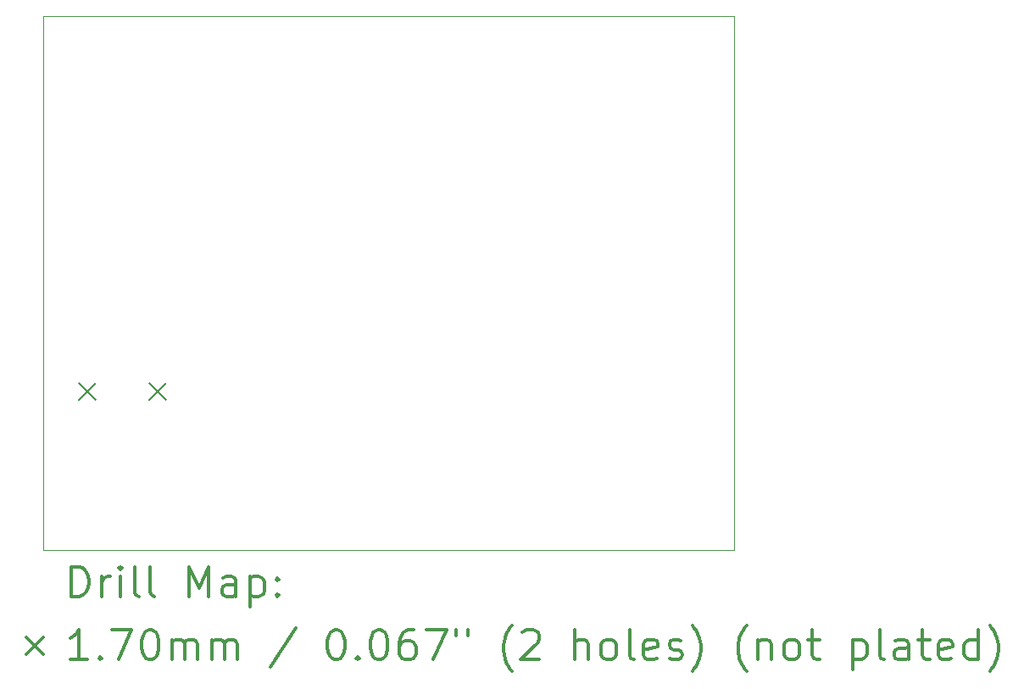
<source format=gbr>
%FSLAX45Y45*%
G04 Gerber Fmt 4.5, Leading zero omitted, Abs format (unit mm)*
G04 Created by KiCad (PCBNEW (5.1.6)-1) date 2022-10-11 10:20:56*
%MOMM*%
%LPD*%
G01*
G04 APERTURE LIST*
%TA.AperFunction,Profile*%
%ADD10C,0.050000*%
%TD*%
%ADD11C,0.200000*%
%ADD12C,0.300000*%
G04 APERTURE END LIST*
D10*
X22840000Y-5640000D02*
X15940000Y-5640000D01*
X15940000Y-10970000D02*
X15940000Y-5640000D01*
X22840000Y-10970000D02*
X15940000Y-10970000D01*
X22840000Y-5640000D02*
X22840000Y-10970000D01*
D11*
X16295000Y-9305000D02*
X16465000Y-9475000D01*
X16465000Y-9305000D02*
X16295000Y-9475000D01*
X16995000Y-9305000D02*
X17165000Y-9475000D01*
X17165000Y-9305000D02*
X16995000Y-9475000D01*
D12*
X16223928Y-11438214D02*
X16223928Y-11138214D01*
X16295357Y-11138214D01*
X16338214Y-11152500D01*
X16366786Y-11181072D01*
X16381071Y-11209643D01*
X16395357Y-11266786D01*
X16395357Y-11309643D01*
X16381071Y-11366786D01*
X16366786Y-11395357D01*
X16338214Y-11423929D01*
X16295357Y-11438214D01*
X16223928Y-11438214D01*
X16523928Y-11438214D02*
X16523928Y-11238214D01*
X16523928Y-11295357D02*
X16538214Y-11266786D01*
X16552500Y-11252500D01*
X16581071Y-11238214D01*
X16609643Y-11238214D01*
X16709643Y-11438214D02*
X16709643Y-11238214D01*
X16709643Y-11138214D02*
X16695357Y-11152500D01*
X16709643Y-11166786D01*
X16723928Y-11152500D01*
X16709643Y-11138214D01*
X16709643Y-11166786D01*
X16895357Y-11438214D02*
X16866786Y-11423929D01*
X16852500Y-11395357D01*
X16852500Y-11138214D01*
X17052500Y-11438214D02*
X17023928Y-11423929D01*
X17009643Y-11395357D01*
X17009643Y-11138214D01*
X17395357Y-11438214D02*
X17395357Y-11138214D01*
X17495357Y-11352500D01*
X17595357Y-11138214D01*
X17595357Y-11438214D01*
X17866786Y-11438214D02*
X17866786Y-11281071D01*
X17852500Y-11252500D01*
X17823928Y-11238214D01*
X17766786Y-11238214D01*
X17738214Y-11252500D01*
X17866786Y-11423929D02*
X17838214Y-11438214D01*
X17766786Y-11438214D01*
X17738214Y-11423929D01*
X17723928Y-11395357D01*
X17723928Y-11366786D01*
X17738214Y-11338214D01*
X17766786Y-11323929D01*
X17838214Y-11323929D01*
X17866786Y-11309643D01*
X18009643Y-11238214D02*
X18009643Y-11538214D01*
X18009643Y-11252500D02*
X18038214Y-11238214D01*
X18095357Y-11238214D01*
X18123928Y-11252500D01*
X18138214Y-11266786D01*
X18152500Y-11295357D01*
X18152500Y-11381071D01*
X18138214Y-11409643D01*
X18123928Y-11423929D01*
X18095357Y-11438214D01*
X18038214Y-11438214D01*
X18009643Y-11423929D01*
X18281071Y-11409643D02*
X18295357Y-11423929D01*
X18281071Y-11438214D01*
X18266786Y-11423929D01*
X18281071Y-11409643D01*
X18281071Y-11438214D01*
X18281071Y-11252500D02*
X18295357Y-11266786D01*
X18281071Y-11281071D01*
X18266786Y-11266786D01*
X18281071Y-11252500D01*
X18281071Y-11281071D01*
X15767500Y-11847500D02*
X15937500Y-12017500D01*
X15937500Y-11847500D02*
X15767500Y-12017500D01*
X16381071Y-12068214D02*
X16209643Y-12068214D01*
X16295357Y-12068214D02*
X16295357Y-11768214D01*
X16266786Y-11811071D01*
X16238214Y-11839643D01*
X16209643Y-11853929D01*
X16509643Y-12039643D02*
X16523928Y-12053929D01*
X16509643Y-12068214D01*
X16495357Y-12053929D01*
X16509643Y-12039643D01*
X16509643Y-12068214D01*
X16623928Y-11768214D02*
X16823928Y-11768214D01*
X16695357Y-12068214D01*
X16995357Y-11768214D02*
X17023928Y-11768214D01*
X17052500Y-11782500D01*
X17066786Y-11796786D01*
X17081071Y-11825357D01*
X17095357Y-11882500D01*
X17095357Y-11953929D01*
X17081071Y-12011071D01*
X17066786Y-12039643D01*
X17052500Y-12053929D01*
X17023928Y-12068214D01*
X16995357Y-12068214D01*
X16966786Y-12053929D01*
X16952500Y-12039643D01*
X16938214Y-12011071D01*
X16923928Y-11953929D01*
X16923928Y-11882500D01*
X16938214Y-11825357D01*
X16952500Y-11796786D01*
X16966786Y-11782500D01*
X16995357Y-11768214D01*
X17223928Y-12068214D02*
X17223928Y-11868214D01*
X17223928Y-11896786D02*
X17238214Y-11882500D01*
X17266786Y-11868214D01*
X17309643Y-11868214D01*
X17338214Y-11882500D01*
X17352500Y-11911071D01*
X17352500Y-12068214D01*
X17352500Y-11911071D02*
X17366786Y-11882500D01*
X17395357Y-11868214D01*
X17438214Y-11868214D01*
X17466786Y-11882500D01*
X17481071Y-11911071D01*
X17481071Y-12068214D01*
X17623928Y-12068214D02*
X17623928Y-11868214D01*
X17623928Y-11896786D02*
X17638214Y-11882500D01*
X17666786Y-11868214D01*
X17709643Y-11868214D01*
X17738214Y-11882500D01*
X17752500Y-11911071D01*
X17752500Y-12068214D01*
X17752500Y-11911071D02*
X17766786Y-11882500D01*
X17795357Y-11868214D01*
X17838214Y-11868214D01*
X17866786Y-11882500D01*
X17881071Y-11911071D01*
X17881071Y-12068214D01*
X18466786Y-11753929D02*
X18209643Y-12139643D01*
X18852500Y-11768214D02*
X18881071Y-11768214D01*
X18909643Y-11782500D01*
X18923928Y-11796786D01*
X18938214Y-11825357D01*
X18952500Y-11882500D01*
X18952500Y-11953929D01*
X18938214Y-12011071D01*
X18923928Y-12039643D01*
X18909643Y-12053929D01*
X18881071Y-12068214D01*
X18852500Y-12068214D01*
X18823928Y-12053929D01*
X18809643Y-12039643D01*
X18795357Y-12011071D01*
X18781071Y-11953929D01*
X18781071Y-11882500D01*
X18795357Y-11825357D01*
X18809643Y-11796786D01*
X18823928Y-11782500D01*
X18852500Y-11768214D01*
X19081071Y-12039643D02*
X19095357Y-12053929D01*
X19081071Y-12068214D01*
X19066786Y-12053929D01*
X19081071Y-12039643D01*
X19081071Y-12068214D01*
X19281071Y-11768214D02*
X19309643Y-11768214D01*
X19338214Y-11782500D01*
X19352500Y-11796786D01*
X19366786Y-11825357D01*
X19381071Y-11882500D01*
X19381071Y-11953929D01*
X19366786Y-12011071D01*
X19352500Y-12039643D01*
X19338214Y-12053929D01*
X19309643Y-12068214D01*
X19281071Y-12068214D01*
X19252500Y-12053929D01*
X19238214Y-12039643D01*
X19223928Y-12011071D01*
X19209643Y-11953929D01*
X19209643Y-11882500D01*
X19223928Y-11825357D01*
X19238214Y-11796786D01*
X19252500Y-11782500D01*
X19281071Y-11768214D01*
X19638214Y-11768214D02*
X19581071Y-11768214D01*
X19552500Y-11782500D01*
X19538214Y-11796786D01*
X19509643Y-11839643D01*
X19495357Y-11896786D01*
X19495357Y-12011071D01*
X19509643Y-12039643D01*
X19523928Y-12053929D01*
X19552500Y-12068214D01*
X19609643Y-12068214D01*
X19638214Y-12053929D01*
X19652500Y-12039643D01*
X19666786Y-12011071D01*
X19666786Y-11939643D01*
X19652500Y-11911071D01*
X19638214Y-11896786D01*
X19609643Y-11882500D01*
X19552500Y-11882500D01*
X19523928Y-11896786D01*
X19509643Y-11911071D01*
X19495357Y-11939643D01*
X19766786Y-11768214D02*
X19966786Y-11768214D01*
X19838214Y-12068214D01*
X20066786Y-11768214D02*
X20066786Y-11825357D01*
X20181071Y-11768214D02*
X20181071Y-11825357D01*
X20623928Y-12182500D02*
X20609643Y-12168214D01*
X20581071Y-12125357D01*
X20566786Y-12096786D01*
X20552500Y-12053929D01*
X20538214Y-11982500D01*
X20538214Y-11925357D01*
X20552500Y-11853929D01*
X20566786Y-11811071D01*
X20581071Y-11782500D01*
X20609643Y-11739643D01*
X20623928Y-11725357D01*
X20723928Y-11796786D02*
X20738214Y-11782500D01*
X20766786Y-11768214D01*
X20838214Y-11768214D01*
X20866786Y-11782500D01*
X20881071Y-11796786D01*
X20895357Y-11825357D01*
X20895357Y-11853929D01*
X20881071Y-11896786D01*
X20709643Y-12068214D01*
X20895357Y-12068214D01*
X21252500Y-12068214D02*
X21252500Y-11768214D01*
X21381071Y-12068214D02*
X21381071Y-11911071D01*
X21366786Y-11882500D01*
X21338214Y-11868214D01*
X21295357Y-11868214D01*
X21266786Y-11882500D01*
X21252500Y-11896786D01*
X21566786Y-12068214D02*
X21538214Y-12053929D01*
X21523928Y-12039643D01*
X21509643Y-12011071D01*
X21509643Y-11925357D01*
X21523928Y-11896786D01*
X21538214Y-11882500D01*
X21566786Y-11868214D01*
X21609643Y-11868214D01*
X21638214Y-11882500D01*
X21652500Y-11896786D01*
X21666786Y-11925357D01*
X21666786Y-12011071D01*
X21652500Y-12039643D01*
X21638214Y-12053929D01*
X21609643Y-12068214D01*
X21566786Y-12068214D01*
X21838214Y-12068214D02*
X21809643Y-12053929D01*
X21795357Y-12025357D01*
X21795357Y-11768214D01*
X22066786Y-12053929D02*
X22038214Y-12068214D01*
X21981071Y-12068214D01*
X21952500Y-12053929D01*
X21938214Y-12025357D01*
X21938214Y-11911071D01*
X21952500Y-11882500D01*
X21981071Y-11868214D01*
X22038214Y-11868214D01*
X22066786Y-11882500D01*
X22081071Y-11911071D01*
X22081071Y-11939643D01*
X21938214Y-11968214D01*
X22195357Y-12053929D02*
X22223928Y-12068214D01*
X22281071Y-12068214D01*
X22309643Y-12053929D01*
X22323928Y-12025357D01*
X22323928Y-12011071D01*
X22309643Y-11982500D01*
X22281071Y-11968214D01*
X22238214Y-11968214D01*
X22209643Y-11953929D01*
X22195357Y-11925357D01*
X22195357Y-11911071D01*
X22209643Y-11882500D01*
X22238214Y-11868214D01*
X22281071Y-11868214D01*
X22309643Y-11882500D01*
X22423928Y-12182500D02*
X22438214Y-12168214D01*
X22466786Y-12125357D01*
X22481071Y-12096786D01*
X22495357Y-12053929D01*
X22509643Y-11982500D01*
X22509643Y-11925357D01*
X22495357Y-11853929D01*
X22481071Y-11811071D01*
X22466786Y-11782500D01*
X22438214Y-11739643D01*
X22423928Y-11725357D01*
X22966786Y-12182500D02*
X22952500Y-12168214D01*
X22923928Y-12125357D01*
X22909643Y-12096786D01*
X22895357Y-12053929D01*
X22881071Y-11982500D01*
X22881071Y-11925357D01*
X22895357Y-11853929D01*
X22909643Y-11811071D01*
X22923928Y-11782500D01*
X22952500Y-11739643D01*
X22966786Y-11725357D01*
X23081071Y-11868214D02*
X23081071Y-12068214D01*
X23081071Y-11896786D02*
X23095357Y-11882500D01*
X23123928Y-11868214D01*
X23166786Y-11868214D01*
X23195357Y-11882500D01*
X23209643Y-11911071D01*
X23209643Y-12068214D01*
X23395357Y-12068214D02*
X23366786Y-12053929D01*
X23352500Y-12039643D01*
X23338214Y-12011071D01*
X23338214Y-11925357D01*
X23352500Y-11896786D01*
X23366786Y-11882500D01*
X23395357Y-11868214D01*
X23438214Y-11868214D01*
X23466786Y-11882500D01*
X23481071Y-11896786D01*
X23495357Y-11925357D01*
X23495357Y-12011071D01*
X23481071Y-12039643D01*
X23466786Y-12053929D01*
X23438214Y-12068214D01*
X23395357Y-12068214D01*
X23581071Y-11868214D02*
X23695357Y-11868214D01*
X23623928Y-11768214D02*
X23623928Y-12025357D01*
X23638214Y-12053929D01*
X23666786Y-12068214D01*
X23695357Y-12068214D01*
X24023928Y-11868214D02*
X24023928Y-12168214D01*
X24023928Y-11882500D02*
X24052500Y-11868214D01*
X24109643Y-11868214D01*
X24138214Y-11882500D01*
X24152500Y-11896786D01*
X24166786Y-11925357D01*
X24166786Y-12011071D01*
X24152500Y-12039643D01*
X24138214Y-12053929D01*
X24109643Y-12068214D01*
X24052500Y-12068214D01*
X24023928Y-12053929D01*
X24338214Y-12068214D02*
X24309643Y-12053929D01*
X24295357Y-12025357D01*
X24295357Y-11768214D01*
X24581071Y-12068214D02*
X24581071Y-11911071D01*
X24566786Y-11882500D01*
X24538214Y-11868214D01*
X24481071Y-11868214D01*
X24452500Y-11882500D01*
X24581071Y-12053929D02*
X24552500Y-12068214D01*
X24481071Y-12068214D01*
X24452500Y-12053929D01*
X24438214Y-12025357D01*
X24438214Y-11996786D01*
X24452500Y-11968214D01*
X24481071Y-11953929D01*
X24552500Y-11953929D01*
X24581071Y-11939643D01*
X24681071Y-11868214D02*
X24795357Y-11868214D01*
X24723928Y-11768214D02*
X24723928Y-12025357D01*
X24738214Y-12053929D01*
X24766786Y-12068214D01*
X24795357Y-12068214D01*
X25009643Y-12053929D02*
X24981071Y-12068214D01*
X24923928Y-12068214D01*
X24895357Y-12053929D01*
X24881071Y-12025357D01*
X24881071Y-11911071D01*
X24895357Y-11882500D01*
X24923928Y-11868214D01*
X24981071Y-11868214D01*
X25009643Y-11882500D01*
X25023928Y-11911071D01*
X25023928Y-11939643D01*
X24881071Y-11968214D01*
X25281071Y-12068214D02*
X25281071Y-11768214D01*
X25281071Y-12053929D02*
X25252500Y-12068214D01*
X25195357Y-12068214D01*
X25166786Y-12053929D01*
X25152500Y-12039643D01*
X25138214Y-12011071D01*
X25138214Y-11925357D01*
X25152500Y-11896786D01*
X25166786Y-11882500D01*
X25195357Y-11868214D01*
X25252500Y-11868214D01*
X25281071Y-11882500D01*
X25395357Y-12182500D02*
X25409643Y-12168214D01*
X25438214Y-12125357D01*
X25452500Y-12096786D01*
X25466786Y-12053929D01*
X25481071Y-11982500D01*
X25481071Y-11925357D01*
X25466786Y-11853929D01*
X25452500Y-11811071D01*
X25438214Y-11782500D01*
X25409643Y-11739643D01*
X25395357Y-11725357D01*
M02*

</source>
